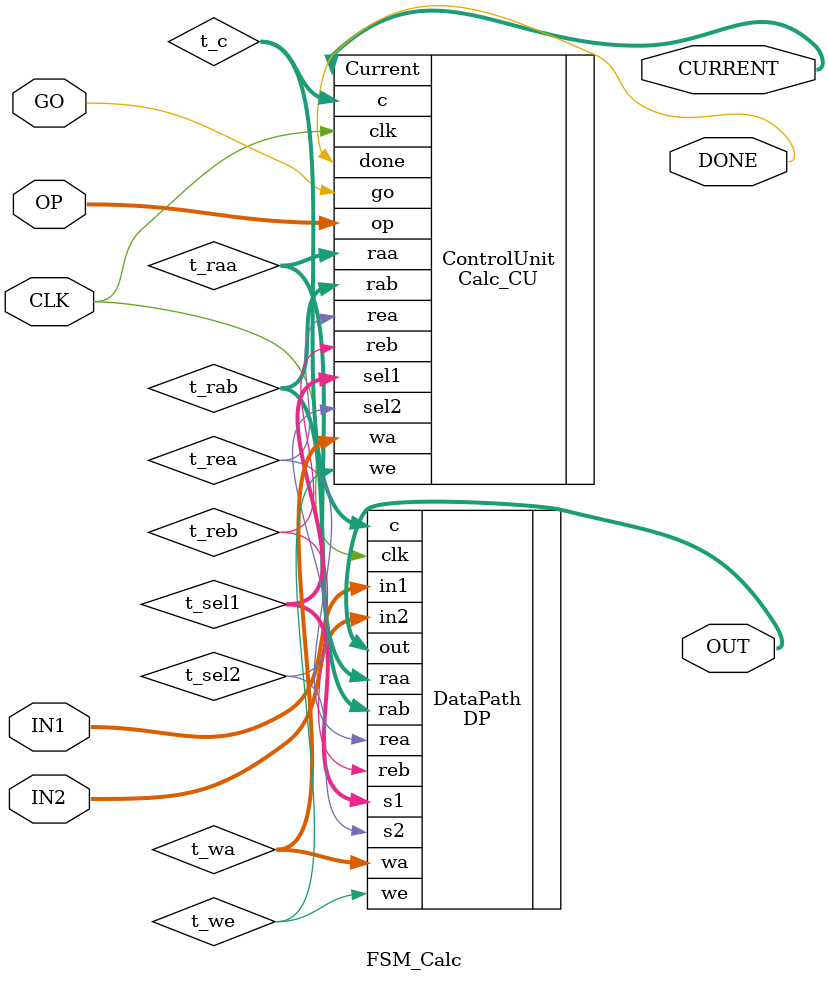
<source format=v>
`timescale 1ns / 1ps


module FSM_Calc(
input CLK, GO,
input [1:0] OP,
input [2:0] IN1,IN2,
output DONE,
output [2:0] OUT,
output [3:0] CURRENT
    );
wire t_we, t_rea, t_reb, t_sel2;
wire [1:0] t_sel1, t_wa, t_raa, t_rab, t_c;

    
Calc_CU ControlUnit(.clk(CLK),.go(GO),.op(OP),.we(t_we),.rea(t_rea),.reb(t_reb),.sel2(t_sel2),.done(DONE),.sel1(t_sel1),.wa(t_wa),.raa(t_raa),.rab(t_rab),.c(t_c),.Current(CURRENT));
DP DataPath(.in1(IN1),.in2(IN2),.s1(t_sel1),.clk(CLK),.wa(t_wa),.we(t_we),.raa(t_raa),.rea(t_rea),.rab(t_rab),.reb(t_reb),.c(t_c),.s2(t_sel2),.out(OUT)); 
endmodule

</source>
